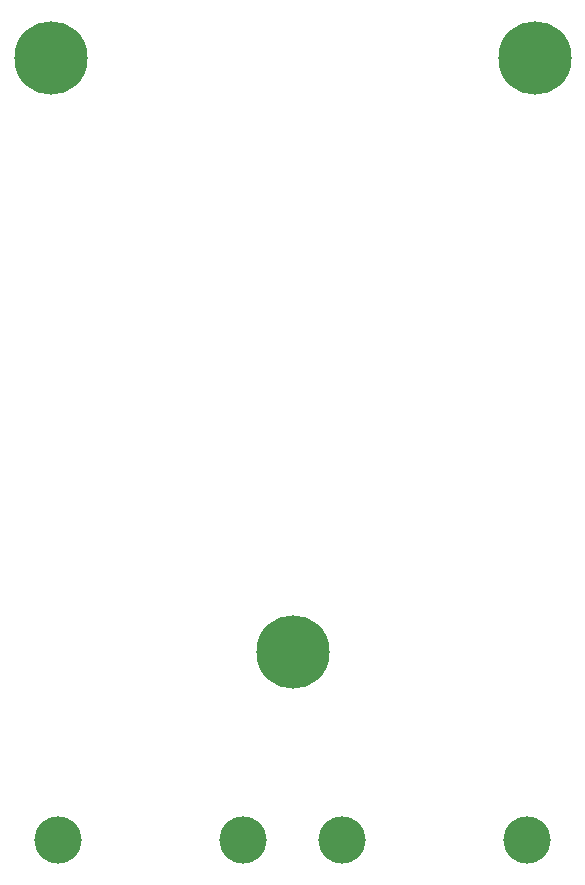
<source format=gbs>
G04*
G04 #@! TF.GenerationSoftware,Altium Limited,Altium Designer,23.9.2 (47)*
G04*
G04 Layer_Color=16711935*
%FSLAX25Y25*%
%MOIN*%
G70*
G04*
G04 #@! TF.SameCoordinates,E30DC50E-2E90-4FCC-99EB-6CEF48135232*
G04*
G04*
G04 #@! TF.FilePolarity,Negative*
G04*
G01*
G75*
%ADD30C,0.24422*%
%ADD31C,0.15748*%
D30*
X0Y-58268D02*
D03*
X80709Y139764D02*
D03*
X-80709D02*
D03*
D31*
X16417Y-121024D02*
D03*
X78071D02*
D03*
X-78071D02*
D03*
X-16417D02*
D03*
M02*

</source>
